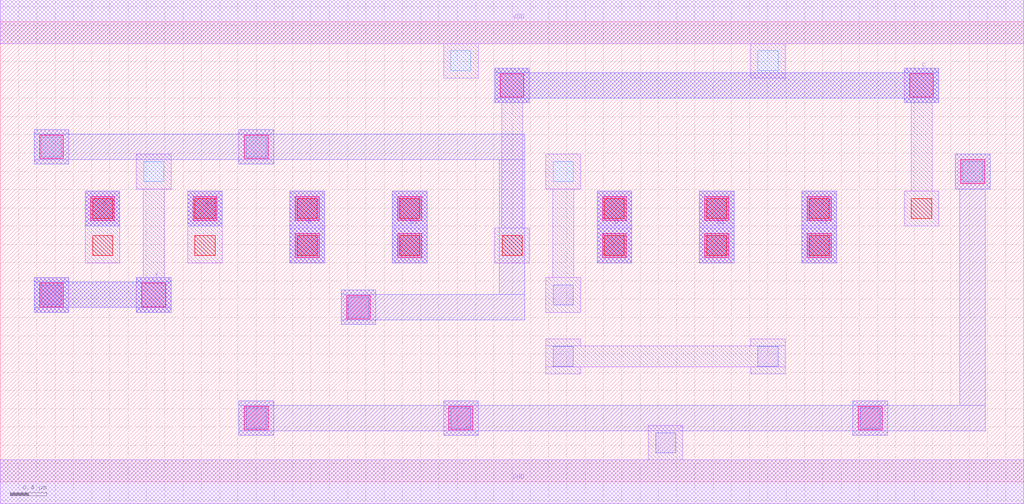
<source format=lef>
MACRO AOOOAI2222
 CLASS CORE ;
 FOREIGN AOOOAI2222 0 0 ;
 SIZE 11.200000000000001 BY 5.04 ;
 ORIGIN 0 0 ;
 SYMMETRY X Y R90 ;
 SITE unit ;
  PIN VDD
   DIRECTION INOUT ;
   USE POWER ;
   SHAPE ABUTMENT ;
    PORT
     CLASS CORE ;
       LAYER met1 ;
        RECT 0.00000000 4.80000000 11.20000000 5.28000000 ;
    END
  END VDD

  PIN GND
   DIRECTION INOUT ;
   USE POWER ;
   SHAPE ABUTMENT ;
    PORT
     CLASS CORE ;
       LAYER met1 ;
        RECT 0.00000000 -0.24000000 11.20000000 0.24000000 ;
    END
  END GND

  PIN Y
   DIRECTION INOUT ;
   USE SIGNAL ;
   SHAPE ABUTMENT ;
    PORT
     CLASS CORE ;
       LAYER met2 ;
        RECT 0.37000000 1.85700000 0.75000000 1.90700000 ;
        RECT 1.49000000 1.85700000 1.87000000 1.90700000 ;
        RECT 0.37000000 1.90700000 1.87000000 2.18700000 ;
        RECT 0.37000000 2.18700000 0.75000000 2.23700000 ;
        RECT 1.49000000 2.18700000 1.87000000 2.23700000 ;
    END
  END Y

  PIN D
   DIRECTION INOUT ;
   USE SIGNAL ;
   SHAPE ABUTMENT ;
    PORT
     CLASS CORE ;
       LAYER met2 ;
        RECT 6.53000000 2.39700000 6.91000000 3.18200000 ;
    END
  END D

  PIN A1
   DIRECTION INOUT ;
   USE SIGNAL ;
   SHAPE ABUTMENT ;
    PORT
     CLASS CORE ;
       LAYER met2 ;
        RECT 2.05000000 2.80200000 2.43000000 3.18200000 ;
    END
  END A1

  PIN B
   DIRECTION INOUT ;
   USE SIGNAL ;
   SHAPE ABUTMENT ;
    PORT
     CLASS CORE ;
       LAYER met2 ;
        RECT 3.17000000 2.39700000 3.55000000 3.18200000 ;
    END
  END B

  PIN C1
   DIRECTION INOUT ;
   USE SIGNAL ;
   SHAPE ABUTMENT ;
    PORT
     CLASS CORE ;
       LAYER met2 ;
        RECT 8.77000000 2.39700000 9.15000000 3.18200000 ;
    END
  END C1

  PIN B1
   DIRECTION INOUT ;
   USE SIGNAL ;
   SHAPE ABUTMENT ;
    PORT
     CLASS CORE ;
       LAYER met2 ;
        RECT 4.29000000 2.39700000 4.67000000 3.18200000 ;
    END
  END B1

  PIN A
   DIRECTION INOUT ;
   USE SIGNAL ;
   SHAPE ABUTMENT ;
    PORT
     CLASS CORE ;
       LAYER met2 ;
        RECT 0.93000000 2.80200000 1.31000000 3.18200000 ;
    END
  END A

  PIN C
   DIRECTION INOUT ;
   USE SIGNAL ;
   SHAPE ABUTMENT ;
    PORT
     CLASS CORE ;
       LAYER met2 ;
        RECT 5.41000000 4.15200000 5.79000000 4.20200000 ;
        RECT 9.89000000 4.15200000 10.27000000 4.20200000 ;
        RECT 5.41000000 4.20200000 10.27000000 4.48200000 ;
        RECT 5.41000000 4.48200000 5.79000000 4.53200000 ;
        RECT 9.89000000 4.48200000 10.27000000 4.53200000 ;
    END
  END C

  PIN D1
   DIRECTION INOUT ;
   USE SIGNAL ;
   SHAPE ABUTMENT ;
    PORT
     CLASS CORE ;
       LAYER met2 ;
        RECT 7.65000000 2.39700000 8.03000000 3.18200000 ;
    END
  END D1

 OBS
    LAYER polycont ;
     RECT 1.01000000 2.47700000 1.23000000 2.69700000 ;
     RECT 2.13000000 2.47700000 2.35000000 2.69700000 ;
     RECT 3.25000000 2.47700000 3.47000000 2.69700000 ;
     RECT 4.37000000 2.47700000 4.59000000 2.69700000 ;
     RECT 5.49000000 2.47700000 5.71000000 2.69700000 ;
     RECT 6.61000000 2.47700000 6.83000000 2.69700000 ;
     RECT 7.73000000 2.47700000 7.95000000 2.69700000 ;
     RECT 8.85000000 2.47700000 9.07000000 2.69700000 ;
     RECT 1.01000000 2.88200000 1.23000000 3.10200000 ;
     RECT 2.13000000 2.88200000 2.35000000 3.10200000 ;
     RECT 3.25000000 2.88200000 3.47000000 3.10200000 ;
     RECT 4.37000000 2.88200000 4.59000000 3.10200000 ;
     RECT 6.61000000 2.88200000 6.83000000 3.10200000 ;
     RECT 7.73000000 2.88200000 7.95000000 3.10200000 ;
     RECT 8.85000000 2.88200000 9.07000000 3.10200000 ;
     RECT 9.97000000 2.88200000 10.19000000 3.10200000 ;

    LAYER pdiffc ;
     RECT 1.57000000 3.28700000 1.79000000 3.50700000 ;
     RECT 6.05000000 3.28700000 6.27000000 3.50700000 ;
     RECT 10.53000000 3.28700000 10.75000000 3.50700000 ;
     RECT 0.45000000 3.55700000 0.67000000 3.77700000 ;
     RECT 2.69000000 3.55700000 2.91000000 3.77700000 ;
     RECT 4.93000000 4.50200000 5.15000000 4.72200000 ;
     RECT 8.29000000 4.50200000 8.51000000 4.72200000 ;

    LAYER ndiffc ;
     RECT 7.17000000 0.31700000 7.39000000 0.53700000 ;
     RECT 2.69000000 0.58700000 2.91000000 0.80700000 ;
     RECT 4.93000000 0.58700000 5.15000000 0.80700000 ;
     RECT 9.41000000 0.58700000 9.63000000 0.80700000 ;
     RECT 6.05000000 1.26200000 6.27000000 1.48200000 ;
     RECT 8.29000000 1.26200000 8.51000000 1.48200000 ;
     RECT 3.81000000 1.80200000 4.03000000 2.02200000 ;
     RECT 0.45000000 1.93700000 0.67000000 2.15700000 ;
     RECT 6.05000000 1.93700000 6.27000000 2.15700000 ;

    LAYER met1 ;
     RECT 0.00000000 -0.24000000 11.20000000 0.24000000 ;
     RECT 7.09000000 0.24000000 7.47000000 0.61700000 ;
     RECT 2.61000000 0.50700000 2.99000000 0.88700000 ;
     RECT 4.85000000 0.50700000 5.23000000 0.88700000 ;
     RECT 9.33000000 0.50700000 9.71000000 0.88700000 ;
     RECT 5.97000000 1.18200000 6.35000000 1.25700000 ;
     RECT 8.21000000 1.18200000 8.59000000 1.25700000 ;
     RECT 5.97000000 1.25700000 8.59000000 1.48700000 ;
     RECT 5.97000000 1.48700000 6.35000000 1.56200000 ;
     RECT 8.21000000 1.48700000 8.59000000 1.56200000 ;
     RECT 3.73000000 1.72200000 4.11000000 2.10200000 ;
     RECT 0.37000000 1.85700000 0.75000000 2.23700000 ;
     RECT 3.17000000 2.39700000 3.55000000 2.77700000 ;
     RECT 4.29000000 2.39700000 4.67000000 2.77700000 ;
     RECT 6.53000000 2.39700000 6.91000000 2.77700000 ;
     RECT 7.65000000 2.39700000 8.03000000 2.77700000 ;
     RECT 8.77000000 2.39700000 9.15000000 2.77700000 ;
     RECT 0.93000000 2.39700000 1.31000000 3.18200000 ;
     RECT 2.05000000 2.39700000 2.43000000 3.18200000 ;
     RECT 3.17000000 2.80200000 3.55000000 3.18200000 ;
     RECT 4.29000000 2.80200000 4.67000000 3.18200000 ;
     RECT 6.53000000 2.80200000 6.91000000 3.18200000 ;
     RECT 7.65000000 2.80200000 8.03000000 3.18200000 ;
     RECT 8.77000000 2.80200000 9.15000000 3.18200000 ;
     RECT 1.49000000 1.85700000 1.87000000 2.23700000 ;
     RECT 1.56500000 2.23700000 1.79500000 3.20700000 ;
     RECT 1.49000000 3.20700000 1.87000000 3.58700000 ;
     RECT 5.97000000 1.85700000 6.35000000 2.23700000 ;
     RECT 6.04500000 2.23700000 6.27500000 3.20700000 ;
     RECT 5.97000000 3.20700000 6.35000000 3.58700000 ;
     RECT 10.45000000 3.20700000 10.83000000 3.58700000 ;
     RECT 0.37000000 3.47700000 0.75000000 3.85700000 ;
     RECT 2.61000000 3.47700000 2.99000000 3.85700000 ;
     RECT 5.41000000 2.39700000 5.79000000 2.77700000 ;
     RECT 5.48500000 2.77700000 5.71500000 4.15200000 ;
     RECT 5.41000000 4.15200000 5.79000000 4.53200000 ;
     RECT 9.89000000 2.80200000 10.27000000 3.18200000 ;
     RECT 9.96500000 3.18200000 10.19500000 4.15200000 ;
     RECT 9.89000000 4.15200000 10.27000000 4.53200000 ;
     RECT 4.85000000 4.42200000 5.23000000 4.80000000 ;
     RECT 8.21000000 4.42200000 8.59000000 4.80000000 ;
     RECT 0.00000000 4.80000000 11.20000000 5.28000000 ;

    LAYER via1 ;
     RECT 2.67000000 0.56700000 2.93000000 0.82700000 ;
     RECT 4.91000000 0.56700000 5.17000000 0.82700000 ;
     RECT 9.39000000 0.56700000 9.65000000 0.82700000 ;
     RECT 3.79000000 1.78200000 4.05000000 2.04200000 ;
     RECT 0.43000000 1.91700000 0.69000000 2.17700000 ;
     RECT 1.55000000 1.91700000 1.81000000 2.17700000 ;
     RECT 3.23000000 2.45700000 3.49000000 2.71700000 ;
     RECT 4.35000000 2.45700000 4.61000000 2.71700000 ;
     RECT 6.59000000 2.45700000 6.85000000 2.71700000 ;
     RECT 7.71000000 2.45700000 7.97000000 2.71700000 ;
     RECT 8.83000000 2.45700000 9.09000000 2.71700000 ;
     RECT 0.99000000 2.86200000 1.25000000 3.12200000 ;
     RECT 2.11000000 2.86200000 2.37000000 3.12200000 ;
     RECT 3.23000000 2.86200000 3.49000000 3.12200000 ;
     RECT 4.35000000 2.86200000 4.61000000 3.12200000 ;
     RECT 6.59000000 2.86200000 6.85000000 3.12200000 ;
     RECT 7.71000000 2.86200000 7.97000000 3.12200000 ;
     RECT 8.83000000 2.86200000 9.09000000 3.12200000 ;
     RECT 10.51000000 3.26700000 10.77000000 3.52700000 ;
     RECT 0.43000000 3.53700000 0.69000000 3.79700000 ;
     RECT 2.67000000 3.53700000 2.93000000 3.79700000 ;
     RECT 5.47000000 4.21200000 5.73000000 4.47200000 ;
     RECT 9.95000000 4.21200000 10.21000000 4.47200000 ;

    LAYER met2 ;
     RECT 0.37000000 1.85700000 0.75000000 1.90700000 ;
     RECT 1.49000000 1.85700000 1.87000000 1.90700000 ;
     RECT 0.37000000 1.90700000 1.87000000 2.18700000 ;
     RECT 0.37000000 2.18700000 0.75000000 2.23700000 ;
     RECT 1.49000000 2.18700000 1.87000000 2.23700000 ;
     RECT 0.93000000 2.80200000 1.31000000 3.18200000 ;
     RECT 2.05000000 2.80200000 2.43000000 3.18200000 ;
     RECT 3.17000000 2.39700000 3.55000000 3.18200000 ;
     RECT 4.29000000 2.39700000 4.67000000 3.18200000 ;
     RECT 6.53000000 2.39700000 6.91000000 3.18200000 ;
     RECT 7.65000000 2.39700000 8.03000000 3.18200000 ;
     RECT 8.77000000 2.39700000 9.15000000 3.18200000 ;
     RECT 2.61000000 0.50700000 2.99000000 0.55700000 ;
     RECT 4.85000000 0.50700000 5.23000000 0.55700000 ;
     RECT 9.33000000 0.50700000 9.71000000 0.55700000 ;
     RECT 2.61000000 0.55700000 10.78000000 0.83700000 ;
     RECT 2.61000000 0.83700000 2.99000000 0.88700000 ;
     RECT 4.85000000 0.83700000 5.23000000 0.88700000 ;
     RECT 9.33000000 0.83700000 9.71000000 0.88700000 ;
     RECT 10.50000000 0.83700000 10.78000000 3.20700000 ;
     RECT 10.45000000 3.20700000 10.83000000 3.58700000 ;
     RECT 3.73000000 1.72200000 4.11000000 1.77200000 ;
     RECT 3.73000000 1.77200000 5.74000000 2.05200000 ;
     RECT 3.73000000 2.05200000 4.11000000 2.10200000 ;
     RECT 0.37000000 3.47700000 0.75000000 3.52700000 ;
     RECT 2.61000000 3.47700000 2.99000000 3.52700000 ;
     RECT 5.46000000 2.05200000 5.74000000 3.52700000 ;
     RECT 0.37000000 3.52700000 5.74000000 3.80700000 ;
     RECT 0.37000000 3.80700000 0.75000000 3.85700000 ;
     RECT 2.61000000 3.80700000 2.99000000 3.85700000 ;
     RECT 5.41000000 4.15200000 5.79000000 4.20200000 ;
     RECT 9.89000000 4.15200000 10.27000000 4.20200000 ;
     RECT 5.41000000 4.20200000 10.27000000 4.48200000 ;
     RECT 5.41000000 4.48200000 5.79000000 4.53200000 ;
     RECT 9.89000000 4.48200000 10.27000000 4.53200000 ;

 END
END AOOOAI2222

</source>
